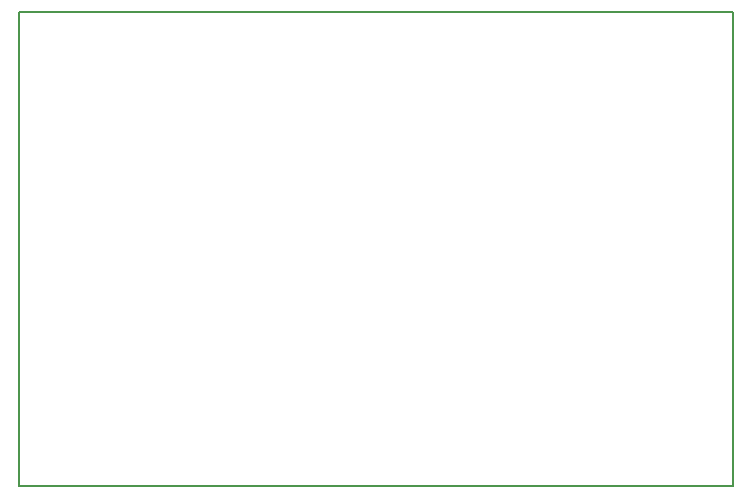
<source format=gbr>
G04 #@! TF.GenerationSoftware,KiCad,Pcbnew,(6.0.0-rc1-dev-205-gc0615c5ef)*
G04 #@! TF.CreationDate,2019-03-06T10:36:34+01:00*
G04 #@! TF.ProjectId,ISM01A,49534D3031412E6B696361645F706362,REV*
G04 #@! TF.SameCoordinates,Original*
G04 #@! TF.FileFunction,Profile,NP*
%FSLAX46Y46*%
G04 Gerber Fmt 4.6, Leading zero omitted, Abs format (unit mm)*
G04 Created by KiCad (PCBNEW (6.0.0-rc1-dev-205-gc0615c5ef)) date 03/06/19 10:36:34*
%MOMM*%
%LPD*%
G01*
G04 APERTURE LIST*
%ADD10C,0.150000*%
G04 APERTURE END LIST*
D10*
X254000Y254000D02*
X254000Y40386000D01*
X254000Y254000D02*
X60706000Y254000D01*
X60706000Y254000D02*
X60706000Y40386000D01*
X254000Y40386000D02*
X60706000Y40386000D01*
M02*

</source>
